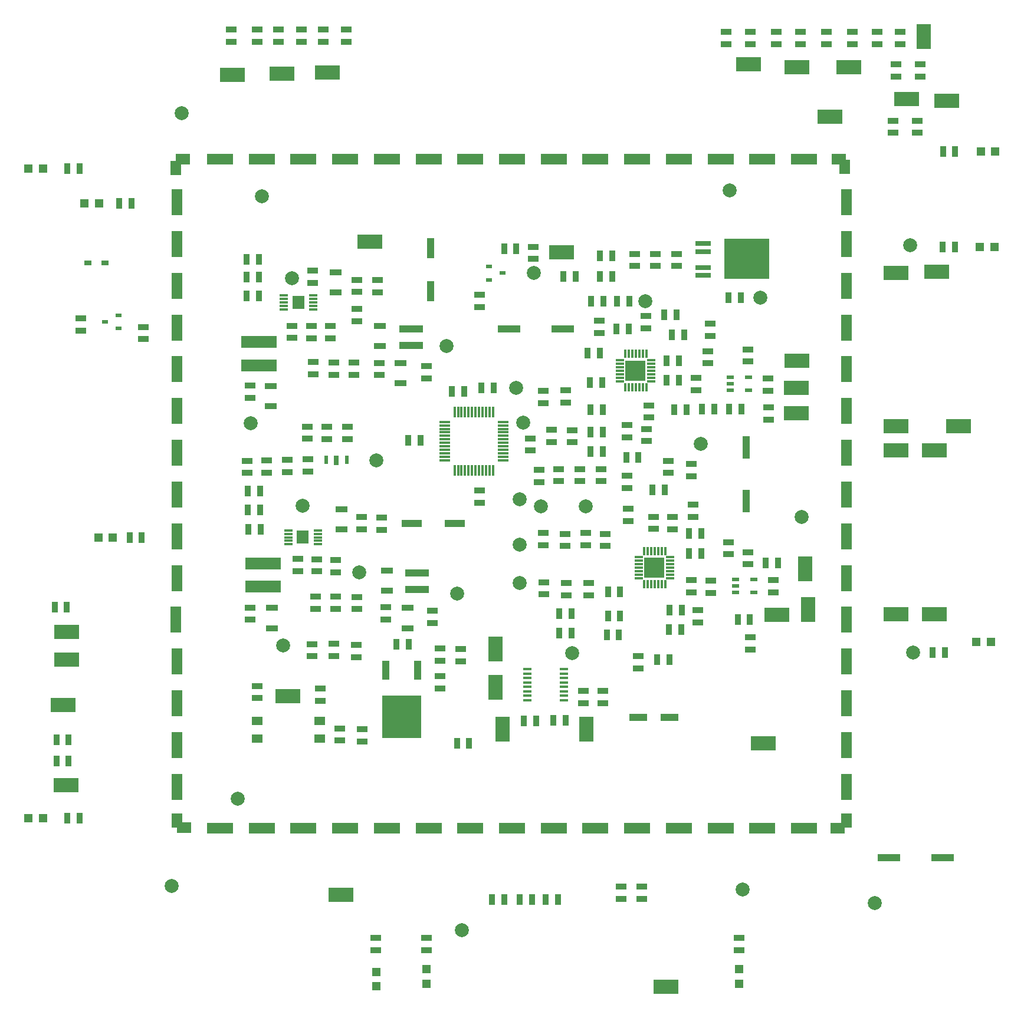
<source format=gtp>
G04*
G04 #@! TF.GenerationSoftware,Altium Limited,Altium Designer,23.5.1 (21)*
G04*
G04 Layer_Color=8421504*
%FSLAX44Y44*%
%MOMM*%
G71*
G04*
G04 #@! TF.SameCoordinates,94069164-061E-4E51-8288-264057568BAF*
G04*
G04*
G04 #@! TF.FilePolarity,Positive*
G04*
G01*
G75*
%ADD15C,2.0000*%
%ADD16R,0.8500X1.5000*%
%ADD17R,1.2000X1.2000*%
%ADD18R,1.5000X0.3000*%
%ADD19R,0.3000X1.5000*%
%ADD20R,1.0000X0.8000*%
%ADD21R,0.9500X0.6000*%
%ADD22R,1.5000X0.8500*%
%ADD23R,1.2000X0.3050*%
%ADD24R,1.6800X1.8800*%
%ADD25R,3.2000X1.1000*%
%ADD26R,3.6000X2.0000*%
%ADD27R,5.5500X6.1500*%
%ADD28R,1.0000X2.7500*%
%ADD29R,0.8000X1.4750*%
%ADD30R,0.6000X1.3000*%
%ADD31R,3.0000X1.1000*%
%ADD32R,2.0000X3.6000*%
%ADD33R,1.2000X1.2000*%
%ADD34R,1.2500X0.4200*%
%ADD35R,1.1500X0.3000*%
%ADD36R,0.3000X1.1500*%
%ADD37R,3.0000X3.0000*%
%ADD38R,6.4000X5.8000*%
%ADD39R,2.2000X0.8000*%
%ADD40R,2.6000X1.0500*%
%ADD41R,1.5000X1.3000*%
%ADD42R,1.8000X0.9000*%
%ADD43R,1.1000X0.6000*%
%ADD44R,3.7465X1.5240*%
%ADD45R,1.5240X2.0320*%
%ADD46R,1.5240X3.7465*%
%ADD47R,2.0320X1.5240*%
%ADD48R,5.0800X1.7400*%
%ADD49R,1.1000X3.2000*%
%ADD50R,1.1000X3.0000*%
%ADD51R,3.4000X0.9800*%
D15*
X265000Y195000D02*
D03*
X280000Y1305000D02*
D03*
X1085000Y190000D02*
D03*
X360000Y320000D02*
D03*
X395000Y1185000D02*
D03*
X1066691Y1193417D02*
D03*
X559009Y805665D02*
D03*
X1169818Y724676D02*
D03*
X1275000Y170000D02*
D03*
X453000Y741000D02*
D03*
X535000Y645000D02*
D03*
X379000Y859000D02*
D03*
X675000Y615000D02*
D03*
X945000Y1035000D02*
D03*
X1325000Y1115000D02*
D03*
X760000Y910000D02*
D03*
X770000Y860000D02*
D03*
X765000Y750000D02*
D03*
X1025000Y830000D02*
D03*
X1330000Y530000D02*
D03*
X860000Y740000D02*
D03*
X765000Y685000D02*
D03*
Y630000D02*
D03*
X1110000Y1040000D02*
D03*
X785000Y1075000D02*
D03*
X438000Y1068000D02*
D03*
X660000Y970000D02*
D03*
X795000Y740000D02*
D03*
X840038Y529569D02*
D03*
X681525Y131129D02*
D03*
X425000Y540000D02*
D03*
D16*
X190000Y1175000D02*
D03*
X207500D02*
D03*
X205000Y695000D02*
D03*
X222500D02*
D03*
X605000Y835000D02*
D03*
X622500D02*
D03*
X117578Y374456D02*
D03*
X100078D02*
D03*
X117500Y405000D02*
D03*
X100000D02*
D03*
X97500Y595000D02*
D03*
X115000D02*
D03*
X692500Y400000D02*
D03*
X675000D02*
D03*
X725000Y175000D02*
D03*
X742500D02*
D03*
X890000Y555000D02*
D03*
X907500D02*
D03*
X885000Y1035000D02*
D03*
X867500D02*
D03*
X133000Y1225000D02*
D03*
X115500D02*
D03*
X980000Y520000D02*
D03*
X962500D02*
D03*
X917834Y809964D02*
D03*
X935334D02*
D03*
X1372129Y1112446D02*
D03*
X1389629D02*
D03*
X1372500Y1250000D02*
D03*
X1390000D02*
D03*
X1357500Y530000D02*
D03*
X1375000D02*
D03*
X115500Y292000D02*
D03*
X133000D02*
D03*
X820000Y175000D02*
D03*
X802500D02*
D03*
X782500D02*
D03*
X765000D02*
D03*
X788624Y431980D02*
D03*
X771124D02*
D03*
X813335Y432394D02*
D03*
X830835D02*
D03*
X845000Y1070000D02*
D03*
X827500D02*
D03*
X588312Y541996D02*
D03*
X605812D02*
D03*
X667733Y905393D02*
D03*
X685233D02*
D03*
X390500Y1095000D02*
D03*
X373000D02*
D03*
X866000Y918000D02*
D03*
X883500D02*
D03*
X921500Y995000D02*
D03*
X904000D02*
D03*
X880000Y1100000D02*
D03*
X897500D02*
D03*
X891734Y582656D02*
D03*
X909234D02*
D03*
X1078000Y577000D02*
D03*
X1095500D02*
D03*
X1008000Y672000D02*
D03*
X1025500D02*
D03*
X979000Y563000D02*
D03*
X996500D02*
D03*
X897500Y1070000D02*
D03*
X880000D02*
D03*
X976000Y921000D02*
D03*
X993500D02*
D03*
X1008000Y701000D02*
D03*
X1025500D02*
D03*
X976000Y949000D02*
D03*
X993500D02*
D03*
X373000Y1042000D02*
D03*
X390500D02*
D03*
Y1069000D02*
D03*
X373000D02*
D03*
X973000Y764000D02*
D03*
X955500D02*
D03*
X727333Y910000D02*
D03*
X709833D02*
D03*
X375000Y762000D02*
D03*
X392500D02*
D03*
X905000Y1035000D02*
D03*
X922500D02*
D03*
X866500Y847000D02*
D03*
X884000D02*
D03*
Y819000D02*
D03*
X866500D02*
D03*
X884242Y878644D02*
D03*
X866742D02*
D03*
X393000Y707000D02*
D03*
X375500D02*
D03*
X375000Y735000D02*
D03*
X392500D02*
D03*
X909000Y617000D02*
D03*
X891500D02*
D03*
X862500Y960000D02*
D03*
X880000D02*
D03*
X1065000Y1040000D02*
D03*
X1082500D02*
D03*
X760000Y1110000D02*
D03*
X742500D02*
D03*
X1083000Y880000D02*
D03*
X1065500D02*
D03*
X972335Y1014853D02*
D03*
X989835D02*
D03*
X1026500Y880000D02*
D03*
X1044000D02*
D03*
X997500Y591000D02*
D03*
X980000D02*
D03*
X983500Y986000D02*
D03*
X1001000D02*
D03*
X1004500Y879000D02*
D03*
X987000D02*
D03*
X1118156Y658337D02*
D03*
X1135656D02*
D03*
X822000Y558000D02*
D03*
X839500D02*
D03*
Y586000D02*
D03*
X822000D02*
D03*
D17*
X160000Y695000D02*
D03*
X181000D02*
D03*
X140000Y1175000D02*
D03*
X161000D02*
D03*
X1441000Y545000D02*
D03*
X1420000D02*
D03*
X81000Y1225000D02*
D03*
X60000D02*
D03*
X1425469Y1112446D02*
D03*
X1446469D02*
D03*
X1426697Y1250064D02*
D03*
X1447697D02*
D03*
X81000Y292000D02*
D03*
X60000D02*
D03*
D18*
X741000Y856244D02*
D03*
Y851244D02*
D03*
Y846244D02*
D03*
Y836244D02*
D03*
Y831244D02*
D03*
Y806244D02*
D03*
Y821244D02*
D03*
Y816244D02*
D03*
Y826244D02*
D03*
Y841244D02*
D03*
Y811244D02*
D03*
Y861244D02*
D03*
X657000Y856244D02*
D03*
Y851244D02*
D03*
Y846244D02*
D03*
Y836244D02*
D03*
Y831244D02*
D03*
Y806244D02*
D03*
Y821244D02*
D03*
Y816244D02*
D03*
Y826244D02*
D03*
Y841244D02*
D03*
Y811244D02*
D03*
Y861244D02*
D03*
D19*
X686500Y791743D02*
D03*
X691500D02*
D03*
X696500D02*
D03*
X701500D02*
D03*
X716500D02*
D03*
X711500D02*
D03*
X706500D02*
D03*
X721500D02*
D03*
X681500D02*
D03*
X676500D02*
D03*
X726500D02*
D03*
X671500D02*
D03*
X686500Y875743D02*
D03*
X691500D02*
D03*
X696500D02*
D03*
X701500D02*
D03*
X716500D02*
D03*
X711500D02*
D03*
X706500D02*
D03*
X721500D02*
D03*
X681500D02*
D03*
X676500D02*
D03*
X726500D02*
D03*
X671500D02*
D03*
D20*
X170000Y1090000D02*
D03*
X145000D02*
D03*
D21*
X189500Y995500D02*
D03*
Y1014500D02*
D03*
X170000Y1005000D02*
D03*
X720500Y1084500D02*
D03*
Y1065500D02*
D03*
X740000Y1075000D02*
D03*
D22*
X225000Y997500D02*
D03*
Y980000D02*
D03*
X135000Y992500D02*
D03*
Y1010000D02*
D03*
X507000Y421000D02*
D03*
Y403500D02*
D03*
X780000Y820000D02*
D03*
Y837500D02*
D03*
X1311000Y1421500D02*
D03*
Y1404000D02*
D03*
X910313Y193875D02*
D03*
Y176375D02*
D03*
X940088Y176118D02*
D03*
Y193618D02*
D03*
X950000Y885000D02*
D03*
Y867500D02*
D03*
X946737Y833590D02*
D03*
Y851090D02*
D03*
X501000Y663000D02*
D03*
Y645500D02*
D03*
X1092225Y965563D02*
D03*
Y948063D02*
D03*
X1092834Y656703D02*
D03*
Y674203D02*
D03*
X935000Y525000D02*
D03*
Y507500D02*
D03*
X918640Y839313D02*
D03*
Y856813D02*
D03*
X707012Y1043536D02*
D03*
Y1026036D02*
D03*
X930000Y1085000D02*
D03*
Y1102500D02*
D03*
X557972Y120021D02*
D03*
Y102521D02*
D03*
X631000Y102500D02*
D03*
Y120000D02*
D03*
X539000Y402500D02*
D03*
Y420000D02*
D03*
X884000Y475000D02*
D03*
Y457500D02*
D03*
X1080000Y102500D02*
D03*
Y120000D02*
D03*
X479000Y460500D02*
D03*
Y478000D02*
D03*
X498000Y542500D02*
D03*
Y525000D02*
D03*
X530000Y523500D02*
D03*
Y541000D02*
D03*
X651000Y518500D02*
D03*
Y536000D02*
D03*
X631000Y941500D02*
D03*
Y924000D02*
D03*
X640000Y572500D02*
D03*
Y590000D02*
D03*
X378000Y577000D02*
D03*
Y594500D02*
D03*
X1129000Y634000D02*
D03*
Y616500D02*
D03*
X1305000Y1357500D02*
D03*
Y1375000D02*
D03*
X1340000D02*
D03*
Y1357500D02*
D03*
X1335454Y1276480D02*
D03*
Y1293980D02*
D03*
X1300454D02*
D03*
Y1276480D02*
D03*
X1205583Y1404000D02*
D03*
Y1421500D02*
D03*
X1242582D02*
D03*
Y1404000D02*
D03*
X387778Y1424667D02*
D03*
Y1407167D02*
D03*
X402000Y806000D02*
D03*
Y788500D02*
D03*
X431000Y806500D02*
D03*
Y789000D02*
D03*
X460000Y837000D02*
D03*
Y854500D02*
D03*
X461000Y790000D02*
D03*
Y807500D02*
D03*
X531000Y1006000D02*
D03*
Y1023500D02*
D03*
X563000Y928500D02*
D03*
Y946000D02*
D03*
X378000Y896000D02*
D03*
Y913500D02*
D03*
X498000Y946500D02*
D03*
Y929000D02*
D03*
X437803Y999197D02*
D03*
Y981697D02*
D03*
X851000Y776000D02*
D03*
Y793500D02*
D03*
X882000D02*
D03*
Y776000D02*
D03*
X879000Y1006500D02*
D03*
Y989000D02*
D03*
X832000Y630000D02*
D03*
Y612500D02*
D03*
X919142Y783789D02*
D03*
Y766289D02*
D03*
X921000Y719000D02*
D03*
Y736500D02*
D03*
X984000Y724500D02*
D03*
Y707000D02*
D03*
X957000Y725000D02*
D03*
Y707500D02*
D03*
X1039000Y633000D02*
D03*
Y615500D02*
D03*
X990000Y1102500D02*
D03*
Y1085000D02*
D03*
X960000Y1102500D02*
D03*
Y1085000D02*
D03*
X1122000Y882000D02*
D03*
Y864500D02*
D03*
X1035000Y945500D02*
D03*
Y963000D02*
D03*
X1011000Y634000D02*
D03*
Y616500D02*
D03*
X856000Y457500D02*
D03*
Y475000D02*
D03*
X501000Y593000D02*
D03*
Y610500D02*
D03*
X466000Y981500D02*
D03*
Y999000D02*
D03*
X482778Y1424667D02*
D03*
Y1407167D02*
D03*
X350778D02*
D03*
Y1424667D02*
D03*
X1278000Y1421500D02*
D03*
Y1404000D02*
D03*
X1133144Y1421500D02*
D03*
Y1404000D02*
D03*
X1060851D02*
D03*
Y1421500D02*
D03*
X418778Y1424667D02*
D03*
Y1407167D02*
D03*
X651000Y478500D02*
D03*
Y496000D02*
D03*
X488000Y836500D02*
D03*
Y854000D02*
D03*
X707742Y745218D02*
D03*
Y762718D02*
D03*
X388000Y464500D02*
D03*
Y482000D02*
D03*
X446478Y664195D02*
D03*
Y646695D02*
D03*
X472000Y593000D02*
D03*
Y610500D02*
D03*
X468000Y1078500D02*
D03*
Y1061000D02*
D03*
X469000Y947000D02*
D03*
Y929500D02*
D03*
X527000Y946500D02*
D03*
Y929000D02*
D03*
X821000Y793500D02*
D03*
Y776000D02*
D03*
X793000Y775000D02*
D03*
Y792500D02*
D03*
X831000Y889000D02*
D03*
Y906500D02*
D03*
X864000Y612000D02*
D03*
Y629500D02*
D03*
X798735Y905509D02*
D03*
Y888009D02*
D03*
X811000Y850000D02*
D03*
Y832500D02*
D03*
X840000Y849500D02*
D03*
Y832000D02*
D03*
X1011250Y801000D02*
D03*
Y783500D02*
D03*
X515985Y1407167D02*
D03*
Y1424667D02*
D03*
X1168144Y1404000D02*
D03*
Y1421500D02*
D03*
X1095851D02*
D03*
Y1404000D02*
D03*
X451778Y1407167D02*
D03*
Y1424667D02*
D03*
X467000Y542000D02*
D03*
Y524500D02*
D03*
X800000Y631000D02*
D03*
Y613500D02*
D03*
X531000Y592500D02*
D03*
Y610000D02*
D03*
X474000Y664000D02*
D03*
Y646500D02*
D03*
X573000Y595000D02*
D03*
Y577500D02*
D03*
X493000Y981500D02*
D03*
Y999000D02*
D03*
X888000Y700500D02*
D03*
Y683000D02*
D03*
X860000Y701500D02*
D03*
Y684000D02*
D03*
X799000D02*
D03*
Y701500D02*
D03*
X680000Y517500D02*
D03*
Y535000D02*
D03*
X1018000Y924500D02*
D03*
Y907000D02*
D03*
X1121000Y906000D02*
D03*
Y923500D02*
D03*
X1038142Y1002500D02*
D03*
Y985000D02*
D03*
X1096000Y534500D02*
D03*
Y552000D02*
D03*
X1021000Y591000D02*
D03*
Y573500D02*
D03*
X1065000Y688500D02*
D03*
Y671000D02*
D03*
X1014000Y725000D02*
D03*
Y742500D02*
D03*
X946000Y1013500D02*
D03*
Y996000D02*
D03*
X830000Y700500D02*
D03*
Y683000D02*
D03*
X978000Y805500D02*
D03*
Y788000D02*
D03*
X784255Y1095412D02*
D03*
Y1112912D02*
D03*
X374000Y788000D02*
D03*
Y805500D02*
D03*
X538000Y707000D02*
D03*
Y724500D02*
D03*
X567000Y724000D02*
D03*
Y706500D02*
D03*
X531000Y1048000D02*
D03*
Y1065500D02*
D03*
X561000Y1065000D02*
D03*
Y1047500D02*
D03*
X518000Y854000D02*
D03*
Y836500D02*
D03*
D23*
X426560Y1042975D02*
D03*
Y1037975D02*
D03*
Y1032975D02*
D03*
Y1027975D02*
D03*
Y1022975D02*
D03*
X468670Y1042975D02*
D03*
Y1037975D02*
D03*
Y1032975D02*
D03*
Y1027975D02*
D03*
Y1022975D02*
D03*
X474940Y685509D02*
D03*
Y690509D02*
D03*
Y695509D02*
D03*
Y700509D02*
D03*
Y705509D02*
D03*
X432830Y685509D02*
D03*
Y690509D02*
D03*
Y695509D02*
D03*
Y700509D02*
D03*
Y705509D02*
D03*
D24*
X447005Y1033000D02*
D03*
X453275Y695534D02*
D03*
D25*
X827000Y995000D02*
D03*
X750000D02*
D03*
X1295000Y235000D02*
D03*
X1372000D02*
D03*
D26*
X113933Y339431D02*
D03*
X110000Y455000D02*
D03*
X115000Y520000D02*
D03*
X974680Y49897D02*
D03*
X115000Y560000D02*
D03*
X1305000Y585000D02*
D03*
X1360000D02*
D03*
Y820000D02*
D03*
X1305000D02*
D03*
X1162980Y948895D02*
D03*
X1162160Y873910D02*
D03*
X1162270Y909776D02*
D03*
X1134250Y584370D02*
D03*
X825000Y1105000D02*
D03*
X508000Y182000D02*
D03*
X489000Y1363000D02*
D03*
X432000Y467000D02*
D03*
X353000Y1360000D02*
D03*
X1237000Y1371000D02*
D03*
X550000Y1120000D02*
D03*
X1210000Y1300000D02*
D03*
X424000Y1361000D02*
D03*
X1093000Y1375000D02*
D03*
X1163000Y1371000D02*
D03*
X1320000Y1325000D02*
D03*
X1115000Y400000D02*
D03*
X1395000Y855000D02*
D03*
X1305000D02*
D03*
Y1075000D02*
D03*
X1363691Y1076610D02*
D03*
X1377656Y1322732D02*
D03*
D27*
X595900Y438000D02*
D03*
D28*
X573000Y505000D02*
D03*
X618800D02*
D03*
D29*
X502000Y806000D02*
D03*
D30*
X487000Y806876D02*
D03*
X517000Y806875D02*
D03*
D31*
X610000Y715000D02*
D03*
X672000D02*
D03*
D32*
X860984Y420109D02*
D03*
X1175000Y650000D02*
D03*
X1178821Y591961D02*
D03*
X740000Y420000D02*
D03*
X730000Y480000D02*
D03*
Y535000D02*
D03*
X1345000Y1415000D02*
D03*
D33*
X1080000Y54000D02*
D03*
Y75000D02*
D03*
X558972Y71521D02*
D03*
Y50521D02*
D03*
X631000Y54000D02*
D03*
Y75000D02*
D03*
D34*
X828000Y461650D02*
D03*
X776000D02*
D03*
Y506100D02*
D03*
Y499750D02*
D03*
Y493400D02*
D03*
Y487050D02*
D03*
Y480700D02*
D03*
Y474350D02*
D03*
Y468000D02*
D03*
X828000Y506100D02*
D03*
Y499750D02*
D03*
Y493400D02*
D03*
Y487050D02*
D03*
Y480700D02*
D03*
Y474350D02*
D03*
Y468000D02*
D03*
D35*
X908616Y949825D02*
D03*
Y919825D02*
D03*
X953616D02*
D03*
Y949825D02*
D03*
X908616Y929825D02*
D03*
Y934825D02*
D03*
Y939825D02*
D03*
Y944825D02*
D03*
Y924825D02*
D03*
X953616Y929825D02*
D03*
Y924825D02*
D03*
Y934825D02*
D03*
Y939825D02*
D03*
Y944825D02*
D03*
X980618Y661766D02*
D03*
Y656766D02*
D03*
Y651766D02*
D03*
Y641766D02*
D03*
Y646766D02*
D03*
X935618Y641766D02*
D03*
Y661766D02*
D03*
Y656766D02*
D03*
Y651766D02*
D03*
Y646766D02*
D03*
X980618Y666766D02*
D03*
Y636766D02*
D03*
X935618D02*
D03*
Y666766D02*
D03*
D36*
X916660Y910926D02*
D03*
X946660D02*
D03*
Y958926D02*
D03*
X916660D02*
D03*
X941660D02*
D03*
X936660D02*
D03*
X931660D02*
D03*
X926660D02*
D03*
X921660D02*
D03*
X941660Y910926D02*
D03*
X936660D02*
D03*
X931660D02*
D03*
X926660D02*
D03*
X921660D02*
D03*
X948662Y627868D02*
D03*
X953662D02*
D03*
X958662D02*
D03*
X963662D02*
D03*
X968662D02*
D03*
X948662Y675867D02*
D03*
X953662D02*
D03*
X958662D02*
D03*
X963662D02*
D03*
X968662D02*
D03*
X943662D02*
D03*
X973662D02*
D03*
Y627868D02*
D03*
X943662D02*
D03*
D37*
X931089Y935000D02*
D03*
X958091Y651941D02*
D03*
D38*
X1090800Y1095200D02*
D03*
D39*
X1028000Y1117200D02*
D03*
Y1105800D02*
D03*
Y1083000D02*
D03*
Y1071600D02*
D03*
D40*
X934761Y436613D02*
D03*
X979761D02*
D03*
D41*
X478000Y406000D02*
D03*
Y431400D02*
D03*
X388000Y406000D02*
D03*
Y431400D02*
D03*
D42*
X604000Y594000D02*
D03*
Y565000D02*
D03*
X594000Y946000D02*
D03*
Y917000D02*
D03*
X509000Y736000D02*
D03*
Y707000D02*
D03*
X574000Y619000D02*
D03*
Y648000D02*
D03*
X408000Y913000D02*
D03*
Y884000D02*
D03*
X501000Y1076000D02*
D03*
Y1047000D02*
D03*
X564000Y970000D02*
D03*
Y999000D02*
D03*
X409000Y594000D02*
D03*
Y565000D02*
D03*
D43*
X1075000Y635000D02*
D03*
Y625500D02*
D03*
Y616000D02*
D03*
X1101000Y635000D02*
D03*
Y616000D02*
D03*
X1067000Y925500D02*
D03*
Y916000D02*
D03*
Y906500D02*
D03*
X1093000Y925500D02*
D03*
Y906500D02*
D03*
D44*
X334840Y1238927D02*
D03*
X394711D02*
D03*
X454583D02*
D03*
X514454D02*
D03*
X574326D02*
D03*
X634197D02*
D03*
X694068D02*
D03*
X753940D02*
D03*
X813811D02*
D03*
X873683D02*
D03*
X933554D02*
D03*
X993426D02*
D03*
X1053297D02*
D03*
X1113168D02*
D03*
X1173040D02*
D03*
X334840Y277537D02*
D03*
X394711D02*
D03*
X454583D02*
D03*
X634197D02*
D03*
X694068D02*
D03*
X753940D02*
D03*
X813811D02*
D03*
X873683D02*
D03*
X933554D02*
D03*
X993426D02*
D03*
X1053297D02*
D03*
X1113168D02*
D03*
X1173040D02*
D03*
X514454D02*
D03*
X574326D02*
D03*
D45*
X271340Y1226227D02*
D03*
X272610Y288967D02*
D03*
X1231460Y1227497D02*
D03*
X1234000Y288967D02*
D03*
D46*
X271358Y577076D02*
D03*
X272610Y337227D02*
D03*
Y397189D02*
D03*
Y457151D02*
D03*
Y637038D02*
D03*
X272628Y517114D02*
D03*
X272610Y697000D02*
D03*
Y816924D02*
D03*
Y756962D02*
D03*
Y876886D02*
D03*
Y936849D02*
D03*
Y996811D02*
D03*
Y1056773D02*
D03*
Y1116735D02*
D03*
Y1176697D02*
D03*
X1234000Y936849D02*
D03*
Y1176697D02*
D03*
Y337227D02*
D03*
Y397189D02*
D03*
Y637038D02*
D03*
Y697000D02*
D03*
Y756962D02*
D03*
Y816924D02*
D03*
Y876886D02*
D03*
Y996811D02*
D03*
Y1056773D02*
D03*
Y1116735D02*
D03*
Y577076D02*
D03*
Y517114D02*
D03*
Y457151D02*
D03*
D47*
X281500Y1238927D02*
D03*
X282770Y278807D02*
D03*
X1222570Y1238927D02*
D03*
X1221300Y277537D02*
D03*
D48*
X391000Y942600D02*
D03*
Y976000D02*
D03*
X397000Y658000D02*
D03*
Y624600D02*
D03*
D49*
X1090000Y825000D02*
D03*
Y748000D02*
D03*
D50*
X637000Y1049000D02*
D03*
Y1111000D02*
D03*
D51*
X609000Y971000D02*
D03*
Y994700D02*
D03*
X618000Y620300D02*
D03*
Y644000D02*
D03*
M02*

</source>
